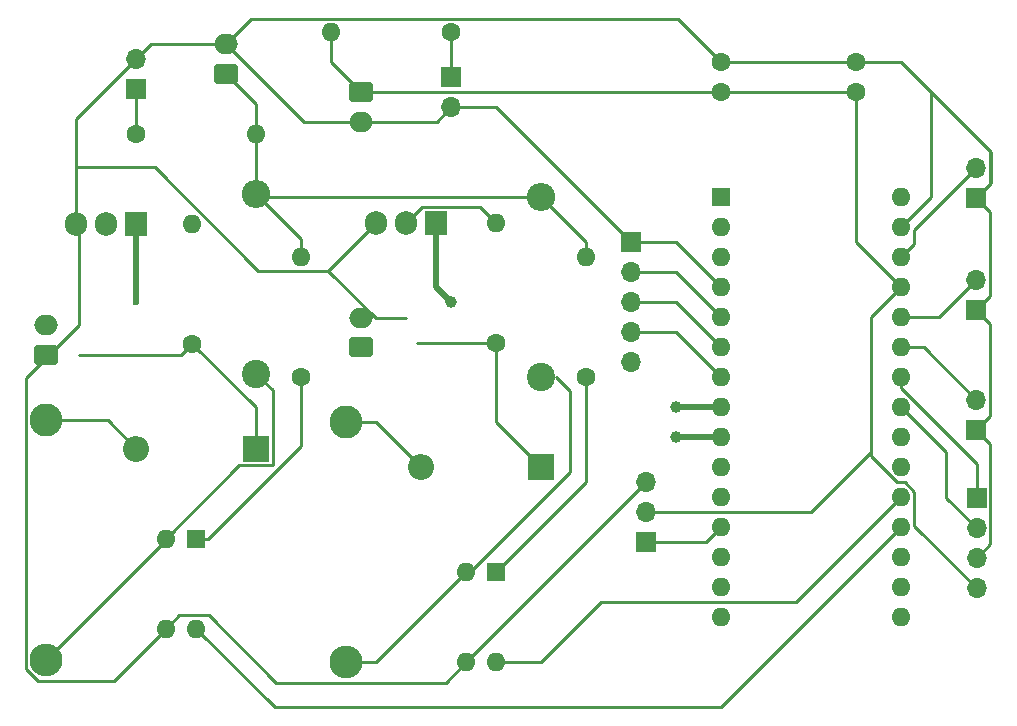
<source format=gbr>
%TF.GenerationSoftware,KiCad,Pcbnew,7.0.5-0*%
%TF.CreationDate,2023-06-24T13:37:05+02:00*%
%TF.ProjectId,spoje_pcb,73706f6a-655f-4706-9362-2e6b69636164,rev?*%
%TF.SameCoordinates,Original*%
%TF.FileFunction,Copper,L2,Bot*%
%TF.FilePolarity,Positive*%
%FSLAX46Y46*%
G04 Gerber Fmt 4.6, Leading zero omitted, Abs format (unit mm)*
G04 Created by KiCad (PCBNEW 7.0.5-0) date 2023-06-24 13:37:05*
%MOMM*%
%LPD*%
G01*
G04 APERTURE LIST*
G04 Aperture macros list*
%AMRoundRect*
0 Rectangle with rounded corners*
0 $1 Rounding radius*
0 $2 $3 $4 $5 $6 $7 $8 $9 X,Y pos of 4 corners*
0 Add a 4 corners polygon primitive as box body*
4,1,4,$2,$3,$4,$5,$6,$7,$8,$9,$2,$3,0*
0 Add four circle primitives for the rounded corners*
1,1,$1+$1,$2,$3*
1,1,$1+$1,$4,$5*
1,1,$1+$1,$6,$7*
1,1,$1+$1,$8,$9*
0 Add four rect primitives between the rounded corners*
20,1,$1+$1,$2,$3,$4,$5,0*
20,1,$1+$1,$4,$5,$6,$7,0*
20,1,$1+$1,$6,$7,$8,$9,0*
20,1,$1+$1,$8,$9,$2,$3,0*%
G04 Aperture macros list end*
%TA.AperFunction,ComponentPad*%
%ADD10C,1.600000*%
%TD*%
%TA.AperFunction,ComponentPad*%
%ADD11O,1.600000X1.600000*%
%TD*%
%TA.AperFunction,ComponentPad*%
%ADD12C,2.400000*%
%TD*%
%TA.AperFunction,ComponentPad*%
%ADD13O,2.400000X2.400000*%
%TD*%
%TA.AperFunction,ComponentPad*%
%ADD14C,2.800000*%
%TD*%
%TA.AperFunction,ComponentPad*%
%ADD15O,2.800000X2.800000*%
%TD*%
%TA.AperFunction,ComponentPad*%
%ADD16RoundRect,0.250000X0.750000X-0.600000X0.750000X0.600000X-0.750000X0.600000X-0.750000X-0.600000X0*%
%TD*%
%TA.AperFunction,ComponentPad*%
%ADD17O,2.000000X1.700000*%
%TD*%
%TA.AperFunction,ComponentPad*%
%ADD18R,1.700000X1.700000*%
%TD*%
%TA.AperFunction,ComponentPad*%
%ADD19O,1.700000X1.700000*%
%TD*%
%TA.AperFunction,ComponentPad*%
%ADD20RoundRect,0.250000X-0.750000X0.600000X-0.750000X-0.600000X0.750000X-0.600000X0.750000X0.600000X0*%
%TD*%
%TA.AperFunction,ComponentPad*%
%ADD21R,1.600000X1.600000*%
%TD*%
%TA.AperFunction,ComponentPad*%
%ADD22O,1.905000X2.000000*%
%TD*%
%TA.AperFunction,ComponentPad*%
%ADD23R,1.905000X2.000000*%
%TD*%
%TA.AperFunction,ComponentPad*%
%ADD24R,2.200000X2.200000*%
%TD*%
%TA.AperFunction,ComponentPad*%
%ADD25O,2.200000X2.200000*%
%TD*%
%TA.AperFunction,ViaPad*%
%ADD26C,1.000000*%
%TD*%
%TA.AperFunction,ViaPad*%
%ADD27C,0.600000*%
%TD*%
%TA.AperFunction,Conductor*%
%ADD28C,0.500000*%
%TD*%
%TA.AperFunction,Conductor*%
%ADD29C,0.250000*%
%TD*%
G04 APERTURE END LIST*
D10*
%TO.P,R12,1*%
%TO.N,Net-(J11-Pin_1)*%
X137160000Y-54610000D03*
D11*
%TO.P,R12,2*%
%TO.N,+5V*%
X127000000Y-54610000D03*
%TD*%
D10*
%TO.P,R11,1*%
%TO.N,Net-(J1-Pin_1)*%
X110490000Y-63195000D03*
D11*
%TO.P,R11,2*%
%TO.N,+24V*%
X120650000Y-63195000D03*
%TD*%
D10*
%TO.P,R10,1*%
%TO.N,Net-(R10-Pad1)*%
X124460000Y-83820000D03*
D11*
%TO.P,R10,2*%
%TO.N,+24V*%
X124460000Y-73660000D03*
%TD*%
D12*
%TO.P,R9,1*%
%TO.N,Net-(R8-Pad2)*%
X120650000Y-83515000D03*
D13*
%TO.P,R9,2*%
%TO.N,+24V*%
X120650000Y-68275000D03*
%TD*%
D10*
%TO.P,R7,1*%
%TO.N,Net-(D2-K)*%
X115255765Y-80975000D03*
D11*
%TO.P,R7,2*%
%TO.N,Net-(Q2-D)*%
X115255765Y-70815000D03*
%TD*%
D10*
%TO.P,R5,1*%
%TO.N,Net-(R5-Pad1)*%
X148590000Y-83820000D03*
D11*
%TO.P,R5,2*%
%TO.N,+24V*%
X148590000Y-73660000D03*
%TD*%
D10*
%TO.P,R4,1*%
%TO.N,Net-(D1-K)*%
X140970000Y-80910000D03*
D11*
%TO.P,R4,2*%
%TO.N,Net-(Q1-D)*%
X140970000Y-70750000D03*
%TD*%
D12*
%TO.P,R2,1*%
%TO.N,Net-(R1-Pad2)*%
X144780000Y-83820000D03*
D13*
%TO.P,R2,2*%
%TO.N,+24V*%
X144780000Y-68580000D03*
%TD*%
D14*
%TO.P,R8,1*%
%TO.N,Net-(D2-A)*%
X102870000Y-87469235D03*
D15*
%TO.P,R8,2*%
%TO.N,Net-(R8-Pad2)*%
X102870000Y-107789235D03*
%TD*%
D14*
%TO.P,R1,1*%
%TO.N,Net-(D1-A)*%
X128270000Y-87630000D03*
D15*
%TO.P,R1,2*%
%TO.N,Net-(R1-Pad2)*%
X128270000Y-107950000D03*
%TD*%
D16*
%TO.P,J12,1,Pin_1*%
%TO.N,+24V*%
X118110000Y-58115000D03*
D17*
%TO.P,J12,2,Pin_2*%
%TO.N,GND*%
X118110000Y-55615000D03*
%TD*%
D18*
%TO.P,J3,1,Pin_1*%
%TO.N,/NEOPIXEL_DATA*%
X153670000Y-97790000D03*
D19*
%TO.P,J3,2,Pin_2*%
%TO.N,+5V*%
X153670000Y-95250000D03*
%TO.P,J3,3,Pin_3*%
%TO.N,GND*%
X153670000Y-92710000D03*
%TD*%
%TO.P,J11,2,Pin_2*%
%TO.N,GND*%
X137160000Y-60960000D03*
D18*
%TO.P,J11,1,Pin_1*%
%TO.N,Net-(J11-Pin_1)*%
X137160000Y-58420000D03*
%TD*%
D16*
%TO.P,J10,1,Pin_1*%
%TO.N,Net-(D2-K)*%
X102870000Y-81915000D03*
D17*
%TO.P,J10,2,Pin_2*%
%TO.N,GND*%
X102870000Y-79415000D03*
%TD*%
D18*
%TO.P,J9,1,Pin_1*%
%TO.N,GND*%
X181610000Y-68675000D03*
D19*
%TO.P,J9,2,Pin_2*%
%TO.N,/BUTTON_RESET*%
X181610000Y-66135000D03*
%TD*%
D16*
%TO.P,J8,1,Pin_1*%
%TO.N,Net-(D1-K)*%
X129540000Y-81280000D03*
D17*
%TO.P,J8,2,Pin_2*%
%TO.N,GND*%
X129540000Y-78780000D03*
%TD*%
D18*
%TO.P,J7,1,Pin_1*%
%TO.N,GND*%
X181610000Y-78105000D03*
D19*
%TO.P,J7,2,Pin_2*%
%TO.N,/BUTTON_RING_B*%
X181610000Y-75565000D03*
%TD*%
D18*
%TO.P,J6,1,Pin_1*%
%TO.N,GND*%
X181610000Y-88265000D03*
D19*
%TO.P,J6,2,Pin_2*%
%TO.N,/BUTTON_RING_A*%
X181610000Y-85725000D03*
%TD*%
%TO.P,J5,4,Pin_4*%
%TO.N,+5V*%
X181650000Y-101695000D03*
%TO.P,J5,3,Pin_3*%
%TO.N,GND*%
X181650000Y-99155000D03*
%TO.P,J5,2,Pin_2*%
%TO.N,/I2C_SDA*%
X181650000Y-96615000D03*
D18*
%TO.P,J5,1,Pin_1*%
%TO.N,/I2C_SCL*%
X181650000Y-94075000D03*
%TD*%
%TO.P,J4,1,Pin_1*%
%TO.N,GND*%
X152400000Y-72395000D03*
D19*
%TO.P,J4,2,Pin_2*%
%TO.N,/RING_SIGNAL_A*%
X152400000Y-74935000D03*
%TO.P,J4,3,Pin_3*%
%TO.N,/RING_SIGNAL_B*%
X152400000Y-77475000D03*
%TO.P,J4,4,Pin_4*%
%TO.N,/BUS_SIGNAL*%
X152400000Y-80015000D03*
%TO.P,J4,5,Pin_5*%
%TO.N,+5V*%
X152400000Y-82555000D03*
%TD*%
D20*
%TO.P,J2,1,Pin_1*%
%TO.N,+5V*%
X129540000Y-59690000D03*
D17*
%TO.P,J2,2,Pin_2*%
%TO.N,GND*%
X129540000Y-62190000D03*
%TD*%
D19*
%TO.P,J1,2,Pin_2*%
%TO.N,GND*%
X110490000Y-56845000D03*
D18*
%TO.P,J1,1,Pin_1*%
%TO.N,Net-(J1-Pin_1)*%
X110490000Y-59385000D03*
%TD*%
D10*
%TO.P,C2,2*%
%TO.N,GND*%
X171450000Y-57150000D03*
%TO.P,C2,1*%
%TO.N,+5V*%
X171450000Y-59650000D03*
%TD*%
%TO.P,C1,2*%
%TO.N,GND*%
X160020000Y-57150000D03*
%TO.P,C1,1*%
%TO.N,+5V*%
X160020000Y-59650000D03*
%TD*%
D11*
%TO.P,U2,4*%
%TO.N,/HOOK_B*%
X115570000Y-105115000D03*
%TO.P,U2,3*%
%TO.N,GND*%
X113030000Y-105115000D03*
%TO.P,U2,2*%
%TO.N,Net-(R8-Pad2)*%
X113030000Y-97495000D03*
D21*
%TO.P,U2,1*%
%TO.N,Net-(R10-Pad1)*%
X115570000Y-97495000D03*
%TD*%
D22*
%TO.P,Q2,3,S*%
%TO.N,GND*%
X105410000Y-70815000D03*
%TO.P,Q2,2,D*%
%TO.N,Net-(Q2-D)*%
X107950000Y-70815000D03*
D23*
%TO.P,Q2,1,G*%
%TO.N,/MELODY_B*%
X110490000Y-70815000D03*
%TD*%
D24*
%TO.P,D2,1,K*%
%TO.N,Net-(D2-K)*%
X120650000Y-89865000D03*
D25*
%TO.P,D2,2,A*%
%TO.N,Net-(D2-A)*%
X110490000Y-89865000D03*
%TD*%
%TO.P,D1,2,A*%
%TO.N,Net-(D1-A)*%
X134620000Y-91440000D03*
D24*
%TO.P,D1,1,K*%
%TO.N,Net-(D1-K)*%
X144780000Y-91440000D03*
%TD*%
D21*
%TO.P,U1,1*%
%TO.N,Net-(R5-Pad1)*%
X140970000Y-100330000D03*
D11*
%TO.P,U1,2*%
%TO.N,Net-(R1-Pad2)*%
X138430000Y-100330000D03*
%TO.P,U1,3*%
%TO.N,GND*%
X138430000Y-107950000D03*
%TO.P,U1,4*%
%TO.N,/HOOK_A*%
X140970000Y-107950000D03*
%TD*%
D22*
%TO.P,Q1,3,S*%
%TO.N,GND*%
X130810000Y-70750000D03*
%TO.P,Q1,2,D*%
%TO.N,Net-(Q1-D)*%
X133350000Y-70750000D03*
D23*
%TO.P,Q1,1,G*%
%TO.N,/MELODY_A*%
X135890000Y-70750000D03*
%TD*%
D21*
%TO.P,A1,1,TX1*%
%TO.N,unconnected-(A1-TX1-Pad1)*%
X160020000Y-68580000D03*
D11*
%TO.P,A1,2,RX1*%
%TO.N,unconnected-(A1-RX1-Pad2)*%
X160020000Y-71120000D03*
%TO.P,A1,3,~{RESET}*%
%TO.N,unconnected-(A1-~{RESET}-Pad3)*%
X160020000Y-73660000D03*
%TO.P,A1,4,GND*%
%TO.N,GND*%
X160020000Y-76200000D03*
%TO.P,A1,5,D2*%
%TO.N,/RING_SIGNAL_A*%
X160020000Y-78740000D03*
%TO.P,A1,6,D3*%
%TO.N,/RING_SIGNAL_B*%
X160020000Y-81280000D03*
%TO.P,A1,7,D4*%
%TO.N,/BUS_SIGNAL*%
X160020000Y-83820000D03*
%TO.P,A1,8,D5*%
%TO.N,/MELODY_A*%
X160020000Y-86360000D03*
%TO.P,A1,9,D6*%
%TO.N,/MELODY_B*%
X160020000Y-88900000D03*
%TO.P,A1,10,D7*%
%TO.N,unconnected-(A1-D7-Pad10)*%
X160020000Y-91440000D03*
%TO.P,A1,11,D8*%
%TO.N,unconnected-(A1-D8-Pad11)*%
X160020000Y-93980000D03*
%TO.P,A1,12,D9*%
%TO.N,/NEOPIXEL_DATA*%
X160020000Y-96520000D03*
%TO.P,A1,13,D10*%
%TO.N,unconnected-(A1-D10-Pad13)*%
X160020000Y-99060000D03*
%TO.P,A1,14,MOSI*%
%TO.N,unconnected-(A1-MOSI-Pad14)*%
X160020000Y-101600000D03*
%TO.P,A1,15,MISO*%
%TO.N,unconnected-(A1-MISO-Pad15)*%
X160020000Y-104140000D03*
%TO.P,A1,16,SCK*%
%TO.N,unconnected-(A1-SCK-Pad16)*%
X175260000Y-104140000D03*
%TO.P,A1,17,3V3*%
%TO.N,unconnected-(A1-3V3-Pad17)*%
X175260000Y-101600000D03*
%TO.P,A1,18,AREF*%
%TO.N,unconnected-(A1-AREF-Pad18)*%
X175260000Y-99060000D03*
%TO.P,A1,19,A0*%
%TO.N,/HOOK_B*%
X175260000Y-96520000D03*
%TO.P,A1,20,A1*%
%TO.N,/HOOK_A*%
X175260000Y-93980000D03*
%TO.P,A1,21,A2*%
%TO.N,unconnected-(A1-A2-Pad21)*%
X175260000Y-91440000D03*
%TO.P,A1,22,A3*%
%TO.N,unconnected-(A1-A3-Pad22)*%
X175260000Y-88900000D03*
%TO.P,A1,23,SDA/A4*%
%TO.N,/I2C_SDA*%
X175260000Y-86360000D03*
%TO.P,A1,24,SCL/A5*%
%TO.N,/I2C_SCL*%
X175260000Y-83820000D03*
%TO.P,A1,25,A6*%
%TO.N,/BUTTON_RING_A*%
X175260000Y-81280000D03*
%TO.P,A1,26,A7*%
%TO.N,/BUTTON_RING_B*%
X175260000Y-78740000D03*
%TO.P,A1,27,+5V*%
%TO.N,+5V*%
X175260000Y-76200000D03*
%TO.P,A1,28,~{RESET}*%
%TO.N,/BUTTON_RESET*%
X175260000Y-73660000D03*
%TO.P,A1,29,GND*%
%TO.N,GND*%
X175260000Y-71120000D03*
%TO.P,A1,30,VIN*%
%TO.N,unconnected-(A1-VIN-Pad30)*%
X175260000Y-68580000D03*
%TD*%
D26*
%TO.N,/MELODY_B*%
X156210000Y-88900000D03*
%TO.N,/MELODY_A*%
X156210000Y-86360000D03*
X137160000Y-77470000D03*
D27*
%TO.N,/MELODY_B*%
X110490000Y-77470000D03*
%TD*%
D28*
%TO.N,/MELODY_B*%
X160020000Y-88900000D02*
X156210000Y-88900000D01*
%TO.N,/MELODY_A*%
X160020000Y-86360000D02*
X156210000Y-86360000D01*
X137160000Y-77470000D02*
X135890000Y-76200000D01*
X135890000Y-76200000D02*
X135890000Y-70750000D01*
%TO.N,/MELODY_B*%
X110490000Y-70815000D02*
X110490000Y-77470000D01*
D29*
%TO.N,GND*%
X138430000Y-107950000D02*
X153670000Y-92710000D01*
X138430000Y-107950000D02*
X136705000Y-109675000D01*
X136705000Y-109675000D02*
X122375000Y-109675000D01*
X122375000Y-109675000D02*
X116690000Y-103990000D01*
X116690000Y-103990000D02*
X114155000Y-103990000D01*
X114155000Y-103990000D02*
X113030000Y-105115000D01*
%TO.N,/HOOK_B*%
X115570000Y-105115000D02*
X122215000Y-111760000D01*
X122215000Y-111760000D02*
X160020000Y-111760000D01*
X160020000Y-111760000D02*
X175260000Y-96520000D01*
%TO.N,+5V*%
X161250000Y-59650000D02*
X160020000Y-59650000D01*
X161290000Y-59690000D02*
X161250000Y-59650000D01*
%TO.N,GND*%
X118110000Y-55615000D02*
X120240000Y-53485000D01*
X120240000Y-53485000D02*
X156355000Y-53485000D01*
X156355000Y-53485000D02*
X160020000Y-57150000D01*
X133350000Y-78780000D02*
X130770000Y-78780000D01*
X130770000Y-78780000D02*
X126775000Y-74785000D01*
X130810000Y-70750000D02*
X126775000Y-74785000D01*
X126775000Y-74785000D02*
X120816756Y-74785000D01*
X105410000Y-66040000D02*
X105410000Y-70815000D01*
X120816756Y-74785000D02*
X112071756Y-66040000D01*
X112071756Y-66040000D02*
X105410000Y-66040000D01*
X118110000Y-55615000D02*
X111720000Y-55615000D01*
X111720000Y-55615000D02*
X110490000Y-56845000D01*
X129540000Y-62190000D02*
X124685000Y-62190000D01*
X124685000Y-62190000D02*
X118110000Y-55615000D01*
X152400000Y-72395000D02*
X140965000Y-60960000D01*
X140965000Y-60960000D02*
X137160000Y-60960000D01*
%TO.N,/HOOK_A*%
X140970000Y-107950000D02*
X144780000Y-107950000D01*
X166370000Y-102870000D02*
X175260000Y-93980000D01*
X144780000Y-107950000D02*
X149860000Y-102870000D01*
X149860000Y-102870000D02*
X166370000Y-102870000D01*
%TO.N,+24V*%
X144780000Y-68580000D02*
X120955000Y-68580000D01*
X144780000Y-68580000D02*
X148590000Y-72390000D01*
X148590000Y-72390000D02*
X148590000Y-73660000D01*
X120650000Y-68275000D02*
X124460000Y-72085000D01*
X124460000Y-72085000D02*
X124460000Y-73660000D01*
%TO.N,Net-(R10-Pad1)*%
X115570000Y-97495000D02*
X116620000Y-97495000D01*
X116620000Y-97495000D02*
X124460000Y-89655000D01*
X124460000Y-89655000D02*
X124460000Y-83820000D01*
%TO.N,Net-(R5-Pad1)*%
X140970000Y-100330000D02*
X148590000Y-92710000D01*
X148590000Y-92710000D02*
X148590000Y-83820000D01*
%TO.N,Net-(D1-K)*%
X144780000Y-91440000D02*
X140970000Y-87630000D01*
X140970000Y-87630000D02*
X140970000Y-80910000D01*
%TO.N,/NEOPIXEL_DATA*%
X153670000Y-97790000D02*
X158750000Y-97790000D01*
X158750000Y-97790000D02*
X160020000Y-96520000D01*
%TO.N,+5V*%
X172720000Y-90490991D02*
X172720000Y-90170000D01*
X153670000Y-95250000D02*
X167640000Y-95250000D01*
X172720000Y-90170000D02*
X172720000Y-78740000D01*
X167640000Y-95250000D02*
X172720000Y-90170000D01*
%TO.N,GND*%
X105635765Y-79415000D02*
X101145000Y-83905765D01*
X102155481Y-109514235D02*
X108630765Y-109514235D01*
X101145000Y-83905765D02*
X101145000Y-108503754D01*
X101145000Y-108503754D02*
X102155481Y-109514235D01*
X108630765Y-109514235D02*
X113030000Y-105115000D01*
X105410000Y-61925000D02*
X110490000Y-56845000D01*
X105410000Y-61925000D02*
X105410000Y-70815000D01*
%TO.N,+5V*%
X129580000Y-59650000D02*
X160020000Y-59650000D01*
%TO.N,Net-(R1-Pad2)*%
X146050000Y-83820000D02*
X147250000Y-85020000D01*
X147250000Y-91820000D02*
X138740000Y-100330000D01*
X147250000Y-85020000D02*
X147250000Y-91820000D01*
%TO.N,Net-(R8-Pad2)*%
X120650000Y-83515000D02*
X122075000Y-84940000D01*
X122075000Y-84940000D02*
X122075000Y-91290000D01*
X122075000Y-91290000D02*
X119235000Y-91290000D01*
X119235000Y-91290000D02*
X113030000Y-97495000D01*
%TO.N,Net-(D2-K)*%
X120650000Y-89865000D02*
X120650000Y-86369235D01*
X120650000Y-86369235D02*
X115255765Y-80975000D01*
%TO.N,Net-(D1-A)*%
X128270000Y-87630000D02*
X130810000Y-87630000D01*
X130810000Y-87630000D02*
X134620000Y-91440000D01*
%TO.N,Net-(D2-A)*%
X102870000Y-87469235D02*
X108094235Y-87469235D01*
X108094235Y-87469235D02*
X110490000Y-89865000D01*
%TO.N,Net-(R8-Pad2)*%
X102870000Y-107789235D02*
X113030000Y-97629235D01*
%TO.N,+24V*%
X120650000Y-63195000D02*
X120650000Y-68275000D01*
%TO.N,GND*%
X129540000Y-62190000D02*
X135930000Y-62190000D01*
X135930000Y-62190000D02*
X137160000Y-60960000D01*
%TO.N,+24V*%
X118110000Y-58115000D02*
X120650000Y-60655000D01*
X120650000Y-60655000D02*
X120650000Y-63195000D01*
%TO.N,+5V*%
X129540000Y-59690000D02*
X127000000Y-57150000D01*
X127000000Y-57150000D02*
X127000000Y-54610000D01*
%TO.N,Net-(J11-Pin_1)*%
X137160000Y-58420000D02*
X137160000Y-54610000D01*
%TO.N,Net-(R1-Pad2)*%
X128270000Y-107950000D02*
X130810000Y-107950000D01*
X130810000Y-107950000D02*
X138430000Y-100330000D01*
%TO.N,Net-(D1-K)*%
X134250000Y-80910000D02*
X140970000Y-80910000D01*
%TO.N,Net-(Q1-D)*%
X140970000Y-70750000D02*
X139645000Y-69425000D01*
X139645000Y-69425000D02*
X134675000Y-69425000D01*
X134675000Y-69425000D02*
X133350000Y-70750000D01*
%TO.N,GND*%
X105635765Y-79415000D02*
X105635765Y-71040765D01*
%TO.N,Net-(D2-K)*%
X115255765Y-80975000D02*
X114315765Y-81915000D01*
X114315765Y-81915000D02*
X105635765Y-81915000D01*
%TO.N,GND*%
X152400000Y-72395000D02*
X156215000Y-72395000D01*
X156215000Y-72395000D02*
X160020000Y-76200000D01*
%TO.N,/BUS_SIGNAL*%
X152400000Y-80015000D02*
X156215000Y-80015000D01*
X156215000Y-80015000D02*
X160020000Y-83820000D01*
%TO.N,/RING_SIGNAL_B*%
X152400000Y-77475000D02*
X156215000Y-77475000D01*
X156215000Y-77475000D02*
X160020000Y-81280000D01*
%TO.N,/RING_SIGNAL_A*%
X152400000Y-74935000D02*
X156215000Y-74935000D01*
X156215000Y-74935000D02*
X160020000Y-78740000D01*
%TO.N,Net-(J1-Pin_1)*%
X110490000Y-63195000D02*
X110490000Y-59385000D01*
%TO.N,+5V*%
X172720000Y-78740000D02*
X175260000Y-76200000D01*
X181650000Y-101695000D02*
X176385000Y-96430000D01*
X176385000Y-96430000D02*
X176385000Y-93514009D01*
X176385000Y-93514009D02*
X175580991Y-92710000D01*
X175580991Y-92710000D02*
X174939009Y-92710000D01*
X174939009Y-92710000D02*
X172720000Y-90490991D01*
%TO.N,GND*%
X160020000Y-57150000D02*
X171450000Y-57150000D01*
%TO.N,/I2C_SDA*%
X181650000Y-96615000D02*
X179070000Y-94035000D01*
X179070000Y-94035000D02*
X179070000Y-90170000D01*
X179070000Y-90170000D02*
X175260000Y-86360000D01*
%TO.N,/I2C_SCL*%
X181650000Y-94075000D02*
X181650000Y-91159009D01*
X181650000Y-91159009D02*
X175260000Y-84769009D01*
X175260000Y-84769009D02*
X175260000Y-83820000D01*
%TO.N,/BUTTON_RING_A*%
X181610000Y-85725000D02*
X177165000Y-81280000D01*
X177165000Y-81280000D02*
X175260000Y-81280000D01*
%TO.N,/BUTTON_RING_B*%
X175260000Y-78740000D02*
X178435000Y-78740000D01*
X178435000Y-78740000D02*
X181610000Y-75565000D01*
%TO.N,GND*%
X175260000Y-57150000D02*
X177800000Y-59690000D01*
X177800000Y-59690000D02*
X182880000Y-64770000D01*
X175260000Y-71120000D02*
X177800000Y-68580000D01*
X177800000Y-68580000D02*
X177800000Y-59690000D01*
%TO.N,+5V*%
X175260000Y-76200000D02*
X171450000Y-72390000D01*
X171450000Y-72390000D02*
X171450000Y-59650000D01*
%TO.N,/BUTTON_RESET*%
X181610000Y-66135000D02*
X176385000Y-71360000D01*
X176385000Y-71360000D02*
X176385000Y-72535000D01*
X176385000Y-72535000D02*
X175260000Y-73660000D01*
%TO.N,GND*%
X171450000Y-57150000D02*
X175260000Y-57150000D01*
X182880000Y-64770000D02*
X182880000Y-67405000D01*
X182880000Y-67405000D02*
X181610000Y-68675000D01*
X181610000Y-68675000D02*
X182785000Y-67500000D01*
X182785000Y-67500000D02*
X182785000Y-64770000D01*
X181610000Y-88265000D02*
X182825000Y-89480000D01*
X182825000Y-89480000D02*
X182825000Y-97980000D01*
X182825000Y-97980000D02*
X181650000Y-99155000D01*
X181610000Y-78105000D02*
X182785000Y-79280000D01*
X182785000Y-87090000D02*
X181610000Y-88265000D01*
X182785000Y-79280000D02*
X182785000Y-87090000D01*
X181610000Y-68675000D02*
X182785000Y-69850000D01*
X182785000Y-69850000D02*
X182785000Y-76930000D01*
X182785000Y-76930000D02*
X181610000Y-78105000D01*
%TO.N,+5V*%
X160020000Y-59650000D02*
X171450000Y-59650000D01*
%TD*%
M02*

</source>
